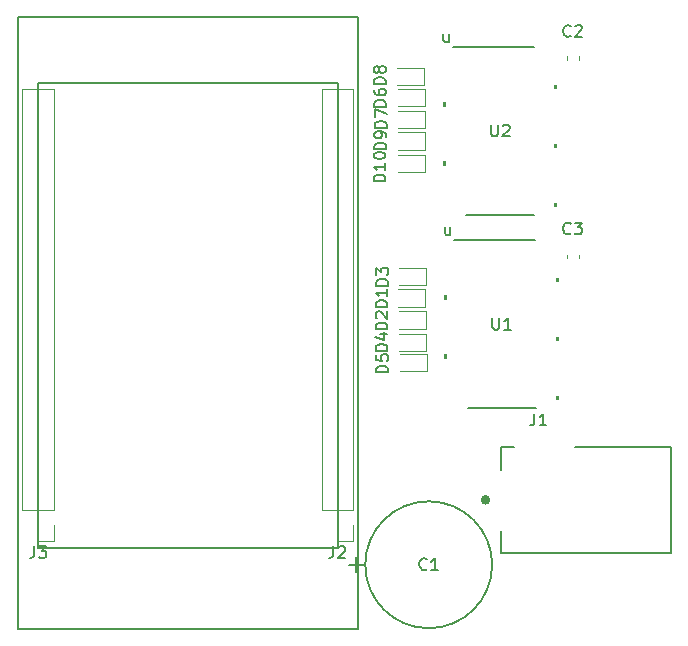
<source format=gbr>
%TF.GenerationSoftware,KiCad,Pcbnew,8.0.5*%
%TF.CreationDate,2025-03-07T15:27:06-05:00*%
%TF.ProjectId,TrainTrackerTest,54726169-6e54-4726-9163-6b6572546573,rev?*%
%TF.SameCoordinates,Original*%
%TF.FileFunction,Legend,Top*%
%TF.FilePolarity,Positive*%
%FSLAX46Y46*%
G04 Gerber Fmt 4.6, Leading zero omitted, Abs format (unit mm)*
G04 Created by KiCad (PCBNEW 8.0.5) date 2025-03-07 15:27:06*
%MOMM*%
%LPD*%
G01*
G04 APERTURE LIST*
%ADD10C,0.200000*%
%ADD11C,0.150000*%
%ADD12C,0.000000*%
%ADD13C,0.127000*%
%ADD14C,0.400000*%
%ADD15C,0.152400*%
%ADD16C,0.120000*%
G04 APERTURE END LIST*
D10*
X71332800Y-58191400D02*
X96662800Y-58191400D01*
X96662800Y-97586800D01*
X71332800Y-97586800D01*
X71332800Y-58191400D01*
X69568200Y-52625600D02*
X98375200Y-52625600D01*
X98375200Y-104495600D01*
X69568200Y-104495600D01*
X69568200Y-52625600D01*
D11*
X109778733Y-78107021D02*
X109778733Y-78916544D01*
X109778733Y-78916544D02*
X109826352Y-79011782D01*
X109826352Y-79011782D02*
X109873971Y-79059402D01*
X109873971Y-79059402D02*
X109969209Y-79107021D01*
X109969209Y-79107021D02*
X110159685Y-79107021D01*
X110159685Y-79107021D02*
X110254923Y-79059402D01*
X110254923Y-79059402D02*
X110302542Y-79011782D01*
X110302542Y-79011782D02*
X110350161Y-78916544D01*
X110350161Y-78916544D02*
X110350161Y-78107021D01*
X111350161Y-79107021D02*
X110778733Y-79107021D01*
X111064447Y-79107021D02*
X111064447Y-78107021D01*
X111064447Y-78107021D02*
X110969209Y-78249878D01*
X110969209Y-78249878D02*
X110873971Y-78345116D01*
X110873971Y-78345116D02*
X110778733Y-78392735D01*
X106182923Y-70439354D02*
X106182923Y-71106021D01*
X105754352Y-70439354D02*
X105754352Y-70963163D01*
X105754352Y-70963163D02*
X105801971Y-71058402D01*
X105801971Y-71058402D02*
X105897209Y-71106021D01*
X105897209Y-71106021D02*
X106040066Y-71106021D01*
X106040066Y-71106021D02*
X106135304Y-71058402D01*
X106135304Y-71058402D02*
X106182923Y-71010782D01*
X109651814Y-61755220D02*
X109651814Y-62564743D01*
X109651814Y-62564743D02*
X109699433Y-62659981D01*
X109699433Y-62659981D02*
X109747052Y-62707601D01*
X109747052Y-62707601D02*
X109842290Y-62755220D01*
X109842290Y-62755220D02*
X110032766Y-62755220D01*
X110032766Y-62755220D02*
X110128004Y-62707601D01*
X110128004Y-62707601D02*
X110175623Y-62659981D01*
X110175623Y-62659981D02*
X110223242Y-62564743D01*
X110223242Y-62564743D02*
X110223242Y-61755220D01*
X110651814Y-61850458D02*
X110699433Y-61802839D01*
X110699433Y-61802839D02*
X110794671Y-61755220D01*
X110794671Y-61755220D02*
X111032766Y-61755220D01*
X111032766Y-61755220D02*
X111128004Y-61802839D01*
X111128004Y-61802839D02*
X111175623Y-61850458D01*
X111175623Y-61850458D02*
X111223242Y-61945696D01*
X111223242Y-61945696D02*
X111223242Y-62040934D01*
X111223242Y-62040934D02*
X111175623Y-62183791D01*
X111175623Y-62183791D02*
X110604195Y-62755220D01*
X110604195Y-62755220D02*
X111223242Y-62755220D01*
X106056004Y-54087553D02*
X106056004Y-54754220D01*
X105627433Y-54087553D02*
X105627433Y-54611362D01*
X105627433Y-54611362D02*
X105675052Y-54706601D01*
X105675052Y-54706601D02*
X105770290Y-54754220D01*
X105770290Y-54754220D02*
X105913147Y-54754220D01*
X105913147Y-54754220D02*
X106008385Y-54706601D01*
X106008385Y-54706601D02*
X106056004Y-54658981D01*
X113333006Y-86215290D02*
X113333006Y-86930020D01*
X113333006Y-86930020D02*
X113285357Y-87072966D01*
X113285357Y-87072966D02*
X113190060Y-87168264D01*
X113190060Y-87168264D02*
X113047114Y-87215912D01*
X113047114Y-87215912D02*
X112951817Y-87215912D01*
X114333628Y-87215912D02*
X113761844Y-87215912D01*
X114047736Y-87215912D02*
X114047736Y-86215290D01*
X114047736Y-86215290D02*
X113952439Y-86358236D01*
X113952439Y-86358236D02*
X113857142Y-86453534D01*
X113857142Y-86453534D02*
X113761844Y-86501182D01*
X104210083Y-99379580D02*
X104162464Y-99427200D01*
X104162464Y-99427200D02*
X104019607Y-99474819D01*
X104019607Y-99474819D02*
X103924369Y-99474819D01*
X103924369Y-99474819D02*
X103781512Y-99427200D01*
X103781512Y-99427200D02*
X103686274Y-99331961D01*
X103686274Y-99331961D02*
X103638655Y-99236723D01*
X103638655Y-99236723D02*
X103591036Y-99046247D01*
X103591036Y-99046247D02*
X103591036Y-98903390D01*
X103591036Y-98903390D02*
X103638655Y-98712914D01*
X103638655Y-98712914D02*
X103686274Y-98617676D01*
X103686274Y-98617676D02*
X103781512Y-98522438D01*
X103781512Y-98522438D02*
X103924369Y-98474819D01*
X103924369Y-98474819D02*
X104019607Y-98474819D01*
X104019607Y-98474819D02*
X104162464Y-98522438D01*
X104162464Y-98522438D02*
X104210083Y-98570057D01*
X105162464Y-99474819D02*
X104591036Y-99474819D01*
X104876750Y-99474819D02*
X104876750Y-98474819D01*
X104876750Y-98474819D02*
X104781512Y-98617676D01*
X104781512Y-98617676D02*
X104686274Y-98712914D01*
X104686274Y-98712914D02*
X104591036Y-98760533D01*
X100937138Y-82723495D02*
X99937138Y-82723495D01*
X99937138Y-82723495D02*
X99937138Y-82485400D01*
X99937138Y-82485400D02*
X99984757Y-82342543D01*
X99984757Y-82342543D02*
X100079995Y-82247305D01*
X100079995Y-82247305D02*
X100175233Y-82199686D01*
X100175233Y-82199686D02*
X100365709Y-82152067D01*
X100365709Y-82152067D02*
X100508566Y-82152067D01*
X100508566Y-82152067D02*
X100699042Y-82199686D01*
X100699042Y-82199686D02*
X100794280Y-82247305D01*
X100794280Y-82247305D02*
X100889519Y-82342543D01*
X100889519Y-82342543D02*
X100937138Y-82485400D01*
X100937138Y-82485400D02*
X100937138Y-82723495D01*
X99937138Y-81247305D02*
X99937138Y-81723495D01*
X99937138Y-81723495D02*
X100413328Y-81771114D01*
X100413328Y-81771114D02*
X100365709Y-81723495D01*
X100365709Y-81723495D02*
X100318090Y-81628257D01*
X100318090Y-81628257D02*
X100318090Y-81390162D01*
X100318090Y-81390162D02*
X100365709Y-81294924D01*
X100365709Y-81294924D02*
X100413328Y-81247305D01*
X100413328Y-81247305D02*
X100508566Y-81199686D01*
X100508566Y-81199686D02*
X100746661Y-81199686D01*
X100746661Y-81199686D02*
X100841899Y-81247305D01*
X100841899Y-81247305D02*
X100889519Y-81294924D01*
X100889519Y-81294924D02*
X100937138Y-81390162D01*
X100937138Y-81390162D02*
X100937138Y-81628257D01*
X100937138Y-81628257D02*
X100889519Y-81723495D01*
X100889519Y-81723495D02*
X100841899Y-81771114D01*
X96311266Y-97441219D02*
X96311266Y-98155504D01*
X96311266Y-98155504D02*
X96263647Y-98298361D01*
X96263647Y-98298361D02*
X96168409Y-98393600D01*
X96168409Y-98393600D02*
X96025552Y-98441219D01*
X96025552Y-98441219D02*
X95930314Y-98441219D01*
X96739838Y-97536457D02*
X96787457Y-97488838D01*
X96787457Y-97488838D02*
X96882695Y-97441219D01*
X96882695Y-97441219D02*
X97120790Y-97441219D01*
X97120790Y-97441219D02*
X97216028Y-97488838D01*
X97216028Y-97488838D02*
X97263647Y-97536457D01*
X97263647Y-97536457D02*
X97311266Y-97631695D01*
X97311266Y-97631695D02*
X97311266Y-97726933D01*
X97311266Y-97726933D02*
X97263647Y-97869790D01*
X97263647Y-97869790D02*
X96692219Y-98441219D01*
X96692219Y-98441219D02*
X97311266Y-98441219D01*
X100759419Y-60224894D02*
X99759419Y-60224894D01*
X99759419Y-60224894D02*
X99759419Y-59986799D01*
X99759419Y-59986799D02*
X99807038Y-59843942D01*
X99807038Y-59843942D02*
X99902276Y-59748704D01*
X99902276Y-59748704D02*
X99997514Y-59701085D01*
X99997514Y-59701085D02*
X100187990Y-59653466D01*
X100187990Y-59653466D02*
X100330847Y-59653466D01*
X100330847Y-59653466D02*
X100521323Y-59701085D01*
X100521323Y-59701085D02*
X100616561Y-59748704D01*
X100616561Y-59748704D02*
X100711800Y-59843942D01*
X100711800Y-59843942D02*
X100759419Y-59986799D01*
X100759419Y-59986799D02*
X100759419Y-60224894D01*
X99759419Y-58796323D02*
X99759419Y-58986799D01*
X99759419Y-58986799D02*
X99807038Y-59082037D01*
X99807038Y-59082037D02*
X99854657Y-59129656D01*
X99854657Y-59129656D02*
X99997514Y-59224894D01*
X99997514Y-59224894D02*
X100187990Y-59272513D01*
X100187990Y-59272513D02*
X100568942Y-59272513D01*
X100568942Y-59272513D02*
X100664180Y-59224894D01*
X100664180Y-59224894D02*
X100711800Y-59177275D01*
X100711800Y-59177275D02*
X100759419Y-59082037D01*
X100759419Y-59082037D02*
X100759419Y-58891561D01*
X100759419Y-58891561D02*
X100711800Y-58796323D01*
X100711800Y-58796323D02*
X100664180Y-58748704D01*
X100664180Y-58748704D02*
X100568942Y-58701085D01*
X100568942Y-58701085D02*
X100330847Y-58701085D01*
X100330847Y-58701085D02*
X100235609Y-58748704D01*
X100235609Y-58748704D02*
X100187990Y-58796323D01*
X100187990Y-58796323D02*
X100140371Y-58891561D01*
X100140371Y-58891561D02*
X100140371Y-59082037D01*
X100140371Y-59082037D02*
X100187990Y-59177275D01*
X100187990Y-59177275D02*
X100235609Y-59224894D01*
X100235609Y-59224894D02*
X100330847Y-59272513D01*
X100734019Y-58319894D02*
X99734019Y-58319894D01*
X99734019Y-58319894D02*
X99734019Y-58081799D01*
X99734019Y-58081799D02*
X99781638Y-57938942D01*
X99781638Y-57938942D02*
X99876876Y-57843704D01*
X99876876Y-57843704D02*
X99972114Y-57796085D01*
X99972114Y-57796085D02*
X100162590Y-57748466D01*
X100162590Y-57748466D02*
X100305447Y-57748466D01*
X100305447Y-57748466D02*
X100495923Y-57796085D01*
X100495923Y-57796085D02*
X100591161Y-57843704D01*
X100591161Y-57843704D02*
X100686400Y-57938942D01*
X100686400Y-57938942D02*
X100734019Y-58081799D01*
X100734019Y-58081799D02*
X100734019Y-58319894D01*
X100162590Y-57177037D02*
X100114971Y-57272275D01*
X100114971Y-57272275D02*
X100067352Y-57319894D01*
X100067352Y-57319894D02*
X99972114Y-57367513D01*
X99972114Y-57367513D02*
X99924495Y-57367513D01*
X99924495Y-57367513D02*
X99829257Y-57319894D01*
X99829257Y-57319894D02*
X99781638Y-57272275D01*
X99781638Y-57272275D02*
X99734019Y-57177037D01*
X99734019Y-57177037D02*
X99734019Y-56986561D01*
X99734019Y-56986561D02*
X99781638Y-56891323D01*
X99781638Y-56891323D02*
X99829257Y-56843704D01*
X99829257Y-56843704D02*
X99924495Y-56796085D01*
X99924495Y-56796085D02*
X99972114Y-56796085D01*
X99972114Y-56796085D02*
X100067352Y-56843704D01*
X100067352Y-56843704D02*
X100114971Y-56891323D01*
X100114971Y-56891323D02*
X100162590Y-56986561D01*
X100162590Y-56986561D02*
X100162590Y-57177037D01*
X100162590Y-57177037D02*
X100210209Y-57272275D01*
X100210209Y-57272275D02*
X100257828Y-57319894D01*
X100257828Y-57319894D02*
X100353066Y-57367513D01*
X100353066Y-57367513D02*
X100543542Y-57367513D01*
X100543542Y-57367513D02*
X100638780Y-57319894D01*
X100638780Y-57319894D02*
X100686400Y-57272275D01*
X100686400Y-57272275D02*
X100734019Y-57177037D01*
X100734019Y-57177037D02*
X100734019Y-56986561D01*
X100734019Y-56986561D02*
X100686400Y-56891323D01*
X100686400Y-56891323D02*
X100638780Y-56843704D01*
X100638780Y-56843704D02*
X100543542Y-56796085D01*
X100543542Y-56796085D02*
X100353066Y-56796085D01*
X100353066Y-56796085D02*
X100257828Y-56843704D01*
X100257828Y-56843704D02*
X100210209Y-56891323D01*
X100210209Y-56891323D02*
X100162590Y-56986561D01*
X100937138Y-75382895D02*
X99937138Y-75382895D01*
X99937138Y-75382895D02*
X99937138Y-75144800D01*
X99937138Y-75144800D02*
X99984757Y-75001943D01*
X99984757Y-75001943D02*
X100079995Y-74906705D01*
X100079995Y-74906705D02*
X100175233Y-74859086D01*
X100175233Y-74859086D02*
X100365709Y-74811467D01*
X100365709Y-74811467D02*
X100508566Y-74811467D01*
X100508566Y-74811467D02*
X100699042Y-74859086D01*
X100699042Y-74859086D02*
X100794280Y-74906705D01*
X100794280Y-74906705D02*
X100889519Y-75001943D01*
X100889519Y-75001943D02*
X100937138Y-75144800D01*
X100937138Y-75144800D02*
X100937138Y-75382895D01*
X99937138Y-74478133D02*
X99937138Y-73859086D01*
X99937138Y-73859086D02*
X100318090Y-74192419D01*
X100318090Y-74192419D02*
X100318090Y-74049562D01*
X100318090Y-74049562D02*
X100365709Y-73954324D01*
X100365709Y-73954324D02*
X100413328Y-73906705D01*
X100413328Y-73906705D02*
X100508566Y-73859086D01*
X100508566Y-73859086D02*
X100746661Y-73859086D01*
X100746661Y-73859086D02*
X100841899Y-73906705D01*
X100841899Y-73906705D02*
X100889519Y-73954324D01*
X100889519Y-73954324D02*
X100937138Y-74049562D01*
X100937138Y-74049562D02*
X100937138Y-74335276D01*
X100937138Y-74335276D02*
X100889519Y-74430514D01*
X100889519Y-74430514D02*
X100841899Y-74478133D01*
X70981266Y-97441219D02*
X70981266Y-98155504D01*
X70981266Y-98155504D02*
X70933647Y-98298361D01*
X70933647Y-98298361D02*
X70838409Y-98393600D01*
X70838409Y-98393600D02*
X70695552Y-98441219D01*
X70695552Y-98441219D02*
X70600314Y-98441219D01*
X71362219Y-97441219D02*
X71981266Y-97441219D01*
X71981266Y-97441219D02*
X71647933Y-97822171D01*
X71647933Y-97822171D02*
X71790790Y-97822171D01*
X71790790Y-97822171D02*
X71886028Y-97869790D01*
X71886028Y-97869790D02*
X71933647Y-97917409D01*
X71933647Y-97917409D02*
X71981266Y-98012647D01*
X71981266Y-98012647D02*
X71981266Y-98250742D01*
X71981266Y-98250742D02*
X71933647Y-98345980D01*
X71933647Y-98345980D02*
X71886028Y-98393600D01*
X71886028Y-98393600D02*
X71790790Y-98441219D01*
X71790790Y-98441219D02*
X71505076Y-98441219D01*
X71505076Y-98441219D02*
X71409838Y-98393600D01*
X71409838Y-98393600D02*
X71362219Y-98345980D01*
X100810219Y-62028294D02*
X99810219Y-62028294D01*
X99810219Y-62028294D02*
X99810219Y-61790199D01*
X99810219Y-61790199D02*
X99857838Y-61647342D01*
X99857838Y-61647342D02*
X99953076Y-61552104D01*
X99953076Y-61552104D02*
X100048314Y-61504485D01*
X100048314Y-61504485D02*
X100238790Y-61456866D01*
X100238790Y-61456866D02*
X100381647Y-61456866D01*
X100381647Y-61456866D02*
X100572123Y-61504485D01*
X100572123Y-61504485D02*
X100667361Y-61552104D01*
X100667361Y-61552104D02*
X100762600Y-61647342D01*
X100762600Y-61647342D02*
X100810219Y-61790199D01*
X100810219Y-61790199D02*
X100810219Y-62028294D01*
X99810219Y-61123532D02*
X99810219Y-60456866D01*
X99810219Y-60456866D02*
X100810219Y-60885437D01*
X100886338Y-77211695D02*
X99886338Y-77211695D01*
X99886338Y-77211695D02*
X99886338Y-76973600D01*
X99886338Y-76973600D02*
X99933957Y-76830743D01*
X99933957Y-76830743D02*
X100029195Y-76735505D01*
X100029195Y-76735505D02*
X100124433Y-76687886D01*
X100124433Y-76687886D02*
X100314909Y-76640267D01*
X100314909Y-76640267D02*
X100457766Y-76640267D01*
X100457766Y-76640267D02*
X100648242Y-76687886D01*
X100648242Y-76687886D02*
X100743480Y-76735505D01*
X100743480Y-76735505D02*
X100838719Y-76830743D01*
X100838719Y-76830743D02*
X100886338Y-76973600D01*
X100886338Y-76973600D02*
X100886338Y-77211695D01*
X100886338Y-75687886D02*
X100886338Y-76259314D01*
X100886338Y-75973600D02*
X99886338Y-75973600D01*
X99886338Y-75973600D02*
X100029195Y-76068838D01*
X100029195Y-76068838D02*
X100124433Y-76164076D01*
X100124433Y-76164076D02*
X100172052Y-76259314D01*
X116393933Y-54232980D02*
X116346314Y-54280600D01*
X116346314Y-54280600D02*
X116203457Y-54328219D01*
X116203457Y-54328219D02*
X116108219Y-54328219D01*
X116108219Y-54328219D02*
X115965362Y-54280600D01*
X115965362Y-54280600D02*
X115870124Y-54185361D01*
X115870124Y-54185361D02*
X115822505Y-54090123D01*
X115822505Y-54090123D02*
X115774886Y-53899647D01*
X115774886Y-53899647D02*
X115774886Y-53756790D01*
X115774886Y-53756790D02*
X115822505Y-53566314D01*
X115822505Y-53566314D02*
X115870124Y-53471076D01*
X115870124Y-53471076D02*
X115965362Y-53375838D01*
X115965362Y-53375838D02*
X116108219Y-53328219D01*
X116108219Y-53328219D02*
X116203457Y-53328219D01*
X116203457Y-53328219D02*
X116346314Y-53375838D01*
X116346314Y-53375838D02*
X116393933Y-53423457D01*
X116774886Y-53423457D02*
X116822505Y-53375838D01*
X116822505Y-53375838D02*
X116917743Y-53328219D01*
X116917743Y-53328219D02*
X117155838Y-53328219D01*
X117155838Y-53328219D02*
X117251076Y-53375838D01*
X117251076Y-53375838D02*
X117298695Y-53423457D01*
X117298695Y-53423457D02*
X117346314Y-53518695D01*
X117346314Y-53518695D02*
X117346314Y-53613933D01*
X117346314Y-53613933D02*
X117298695Y-53756790D01*
X117298695Y-53756790D02*
X116727267Y-54328219D01*
X116727267Y-54328219D02*
X117346314Y-54328219D01*
X100784819Y-63857094D02*
X99784819Y-63857094D01*
X99784819Y-63857094D02*
X99784819Y-63618999D01*
X99784819Y-63618999D02*
X99832438Y-63476142D01*
X99832438Y-63476142D02*
X99927676Y-63380904D01*
X99927676Y-63380904D02*
X100022914Y-63333285D01*
X100022914Y-63333285D02*
X100213390Y-63285666D01*
X100213390Y-63285666D02*
X100356247Y-63285666D01*
X100356247Y-63285666D02*
X100546723Y-63333285D01*
X100546723Y-63333285D02*
X100641961Y-63380904D01*
X100641961Y-63380904D02*
X100737200Y-63476142D01*
X100737200Y-63476142D02*
X100784819Y-63618999D01*
X100784819Y-63618999D02*
X100784819Y-63857094D01*
X100784819Y-62809475D02*
X100784819Y-62618999D01*
X100784819Y-62618999D02*
X100737200Y-62523761D01*
X100737200Y-62523761D02*
X100689580Y-62476142D01*
X100689580Y-62476142D02*
X100546723Y-62380904D01*
X100546723Y-62380904D02*
X100356247Y-62333285D01*
X100356247Y-62333285D02*
X99975295Y-62333285D01*
X99975295Y-62333285D02*
X99880057Y-62380904D01*
X99880057Y-62380904D02*
X99832438Y-62428523D01*
X99832438Y-62428523D02*
X99784819Y-62523761D01*
X99784819Y-62523761D02*
X99784819Y-62714237D01*
X99784819Y-62714237D02*
X99832438Y-62809475D01*
X99832438Y-62809475D02*
X99880057Y-62857094D01*
X99880057Y-62857094D02*
X99975295Y-62904713D01*
X99975295Y-62904713D02*
X100213390Y-62904713D01*
X100213390Y-62904713D02*
X100308628Y-62857094D01*
X100308628Y-62857094D02*
X100356247Y-62809475D01*
X100356247Y-62809475D02*
X100403866Y-62714237D01*
X100403866Y-62714237D02*
X100403866Y-62523761D01*
X100403866Y-62523761D02*
X100356247Y-62428523D01*
X100356247Y-62428523D02*
X100308628Y-62380904D01*
X100308628Y-62380904D02*
X100213390Y-62333285D01*
X100886338Y-79091295D02*
X99886338Y-79091295D01*
X99886338Y-79091295D02*
X99886338Y-78853200D01*
X99886338Y-78853200D02*
X99933957Y-78710343D01*
X99933957Y-78710343D02*
X100029195Y-78615105D01*
X100029195Y-78615105D02*
X100124433Y-78567486D01*
X100124433Y-78567486D02*
X100314909Y-78519867D01*
X100314909Y-78519867D02*
X100457766Y-78519867D01*
X100457766Y-78519867D02*
X100648242Y-78567486D01*
X100648242Y-78567486D02*
X100743480Y-78615105D01*
X100743480Y-78615105D02*
X100838719Y-78710343D01*
X100838719Y-78710343D02*
X100886338Y-78853200D01*
X100886338Y-78853200D02*
X100886338Y-79091295D01*
X99981576Y-78138914D02*
X99933957Y-78091295D01*
X99933957Y-78091295D02*
X99886338Y-77996057D01*
X99886338Y-77996057D02*
X99886338Y-77757962D01*
X99886338Y-77757962D02*
X99933957Y-77662724D01*
X99933957Y-77662724D02*
X99981576Y-77615105D01*
X99981576Y-77615105D02*
X100076814Y-77567486D01*
X100076814Y-77567486D02*
X100172052Y-77567486D01*
X100172052Y-77567486D02*
X100314909Y-77615105D01*
X100314909Y-77615105D02*
X100886338Y-78186533D01*
X100886338Y-78186533D02*
X100886338Y-77567486D01*
X116393933Y-70958580D02*
X116346314Y-71006200D01*
X116346314Y-71006200D02*
X116203457Y-71053819D01*
X116203457Y-71053819D02*
X116108219Y-71053819D01*
X116108219Y-71053819D02*
X115965362Y-71006200D01*
X115965362Y-71006200D02*
X115870124Y-70910961D01*
X115870124Y-70910961D02*
X115822505Y-70815723D01*
X115822505Y-70815723D02*
X115774886Y-70625247D01*
X115774886Y-70625247D02*
X115774886Y-70482390D01*
X115774886Y-70482390D02*
X115822505Y-70291914D01*
X115822505Y-70291914D02*
X115870124Y-70196676D01*
X115870124Y-70196676D02*
X115965362Y-70101438D01*
X115965362Y-70101438D02*
X116108219Y-70053819D01*
X116108219Y-70053819D02*
X116203457Y-70053819D01*
X116203457Y-70053819D02*
X116346314Y-70101438D01*
X116346314Y-70101438D02*
X116393933Y-70149057D01*
X116727267Y-70053819D02*
X117346314Y-70053819D01*
X117346314Y-70053819D02*
X117012981Y-70434771D01*
X117012981Y-70434771D02*
X117155838Y-70434771D01*
X117155838Y-70434771D02*
X117251076Y-70482390D01*
X117251076Y-70482390D02*
X117298695Y-70530009D01*
X117298695Y-70530009D02*
X117346314Y-70625247D01*
X117346314Y-70625247D02*
X117346314Y-70863342D01*
X117346314Y-70863342D02*
X117298695Y-70958580D01*
X117298695Y-70958580D02*
X117251076Y-71006200D01*
X117251076Y-71006200D02*
X117155838Y-71053819D01*
X117155838Y-71053819D02*
X116870124Y-71053819D01*
X116870124Y-71053819D02*
X116774886Y-71006200D01*
X116774886Y-71006200D02*
X116727267Y-70958580D01*
X100886338Y-80920095D02*
X99886338Y-80920095D01*
X99886338Y-80920095D02*
X99886338Y-80682000D01*
X99886338Y-80682000D02*
X99933957Y-80539143D01*
X99933957Y-80539143D02*
X100029195Y-80443905D01*
X100029195Y-80443905D02*
X100124433Y-80396286D01*
X100124433Y-80396286D02*
X100314909Y-80348667D01*
X100314909Y-80348667D02*
X100457766Y-80348667D01*
X100457766Y-80348667D02*
X100648242Y-80396286D01*
X100648242Y-80396286D02*
X100743480Y-80443905D01*
X100743480Y-80443905D02*
X100838719Y-80539143D01*
X100838719Y-80539143D02*
X100886338Y-80682000D01*
X100886338Y-80682000D02*
X100886338Y-80920095D01*
X100219671Y-79491524D02*
X100886338Y-79491524D01*
X99838719Y-79729619D02*
X100553004Y-79967714D01*
X100553004Y-79967714D02*
X100553004Y-79348667D01*
X100708619Y-66568485D02*
X99708619Y-66568485D01*
X99708619Y-66568485D02*
X99708619Y-66330390D01*
X99708619Y-66330390D02*
X99756238Y-66187533D01*
X99756238Y-66187533D02*
X99851476Y-66092295D01*
X99851476Y-66092295D02*
X99946714Y-66044676D01*
X99946714Y-66044676D02*
X100137190Y-65997057D01*
X100137190Y-65997057D02*
X100280047Y-65997057D01*
X100280047Y-65997057D02*
X100470523Y-66044676D01*
X100470523Y-66044676D02*
X100565761Y-66092295D01*
X100565761Y-66092295D02*
X100661000Y-66187533D01*
X100661000Y-66187533D02*
X100708619Y-66330390D01*
X100708619Y-66330390D02*
X100708619Y-66568485D01*
X100708619Y-65044676D02*
X100708619Y-65616104D01*
X100708619Y-65330390D02*
X99708619Y-65330390D01*
X99708619Y-65330390D02*
X99851476Y-65425628D01*
X99851476Y-65425628D02*
X99946714Y-65520866D01*
X99946714Y-65520866D02*
X99994333Y-65616104D01*
X99708619Y-64425628D02*
X99708619Y-64330390D01*
X99708619Y-64330390D02*
X99756238Y-64235152D01*
X99756238Y-64235152D02*
X99803857Y-64187533D01*
X99803857Y-64187533D02*
X99899095Y-64139914D01*
X99899095Y-64139914D02*
X100089571Y-64092295D01*
X100089571Y-64092295D02*
X100327666Y-64092295D01*
X100327666Y-64092295D02*
X100518142Y-64139914D01*
X100518142Y-64139914D02*
X100613380Y-64187533D01*
X100613380Y-64187533D02*
X100661000Y-64235152D01*
X100661000Y-64235152D02*
X100708619Y-64330390D01*
X100708619Y-64330390D02*
X100708619Y-64425628D01*
X100708619Y-64425628D02*
X100661000Y-64520866D01*
X100661000Y-64520866D02*
X100613380Y-64568485D01*
X100613380Y-64568485D02*
X100518142Y-64616104D01*
X100518142Y-64616104D02*
X100327666Y-64663723D01*
X100327666Y-64663723D02*
X100089571Y-64663723D01*
X100089571Y-64663723D02*
X99899095Y-64616104D01*
X99899095Y-64616104D02*
X99803857Y-64568485D01*
X99803857Y-64568485D02*
X99756238Y-64520866D01*
X99756238Y-64520866D02*
X99708619Y-64425628D01*
D10*
%TO.C,U1*%
X106540638Y-71502204D02*
X110224596Y-71502204D01*
X107665637Y-85752203D02*
X113443152Y-85752203D01*
X110224596Y-71502204D02*
X110840637Y-71502201D01*
X110840637Y-71502201D02*
X113415639Y-71502201D01*
D12*
G36*
X105956019Y-76592707D02*
G01*
X105702019Y-76592707D01*
X105702019Y-76211706D01*
X105956019Y-76211706D01*
X105956019Y-76592707D01*
G37*
G36*
X105956019Y-81592696D02*
G01*
X105702019Y-81592696D01*
X105702019Y-81211696D01*
X105956019Y-81211696D01*
X105956019Y-81592696D01*
G37*
G36*
X115379419Y-75092710D02*
G01*
X115125419Y-75092710D01*
X115125419Y-74711710D01*
X115379419Y-74711710D01*
X115379419Y-75092710D01*
G37*
G36*
X115379419Y-80092700D02*
G01*
X115125419Y-80092700D01*
X115125419Y-79711700D01*
X115379419Y-79711700D01*
X115379419Y-80092700D01*
G37*
G36*
X115379419Y-85092690D02*
G01*
X115125419Y-85092690D01*
X115125419Y-84711689D01*
X115379419Y-84711689D01*
X115379419Y-85092690D01*
G37*
D10*
%TO.C,U2*%
X106413719Y-55150403D02*
X110097677Y-55150403D01*
X107538718Y-69400402D02*
X113316233Y-69400402D01*
X110097677Y-55150403D02*
X110713718Y-55150400D01*
X110713718Y-55150400D02*
X113288720Y-55150400D01*
D12*
G36*
X105829100Y-60240906D02*
G01*
X105575100Y-60240906D01*
X105575100Y-59859905D01*
X105829100Y-59859905D01*
X105829100Y-60240906D01*
G37*
G36*
X105829100Y-65240895D02*
G01*
X105575100Y-65240895D01*
X105575100Y-64859895D01*
X105829100Y-64859895D01*
X105829100Y-65240895D01*
G37*
G36*
X115252500Y-58740909D02*
G01*
X114998500Y-58740909D01*
X114998500Y-58359909D01*
X115252500Y-58359909D01*
X115252500Y-58740909D01*
G37*
G36*
X115252500Y-63740899D02*
G01*
X114998500Y-63740899D01*
X114998500Y-63359899D01*
X115252500Y-63359899D01*
X115252500Y-63740899D01*
G37*
G36*
X115252500Y-68740889D02*
G01*
X114998500Y-68740889D01*
X114998500Y-68359888D01*
X115252500Y-68359888D01*
X115252500Y-68740889D01*
G37*
D13*
%TO.C,J1*%
X124880000Y-89030000D02*
X124880000Y-98030000D01*
X124880000Y-98030000D02*
X110480000Y-98030000D01*
X110480000Y-89030000D02*
X111630000Y-89030000D01*
X110480000Y-98030000D02*
X110480000Y-96180000D01*
X116730000Y-89030000D02*
X124880000Y-89030000D01*
X110480000Y-90980000D02*
X110480000Y-89030000D01*
D14*
X109380000Y-93530000D02*
G75*
G02*
X108980000Y-93530000I-200000J0D01*
G01*
X108980000Y-93530000D02*
G75*
G02*
X109380000Y-93530000I200000J0D01*
G01*
D15*
%TO.C,C1*%
X97607650Y-99020000D02*
X98877650Y-99020000D01*
X98242650Y-98385000D02*
X98242650Y-99655000D01*
X109748850Y-99020000D02*
G75*
G02*
X99004650Y-99020000I-5372100J0D01*
G01*
X99004650Y-99020000D02*
G75*
G02*
X109748850Y-99020000I5372100J0D01*
G01*
D16*
%TO.C,D5*%
X101917519Y-82644201D02*
X104202519Y-82644201D01*
X104202519Y-81174201D02*
X101917519Y-81174201D01*
X104202519Y-82644201D02*
X104202519Y-81174201D01*
%TO.C,J2*%
X95314600Y-94386400D02*
X95314600Y-58766400D01*
X97974600Y-58766400D02*
X95314600Y-58766400D01*
X97974600Y-94386400D02*
X95314600Y-94386400D01*
X97974600Y-94386400D02*
X97974600Y-58766400D01*
X97974600Y-95656400D02*
X97974600Y-96986400D01*
X97974600Y-96986400D02*
X96644600Y-96986400D01*
%TO.C,D6*%
X101765200Y-60171800D02*
X104050200Y-60171800D01*
X104050200Y-58701800D02*
X101765200Y-58701800D01*
X104050200Y-60171800D02*
X104050200Y-58701800D01*
%TO.C,D8*%
X101689000Y-58393000D02*
X103974000Y-58393000D01*
X103974000Y-56923000D02*
X101689000Y-56923000D01*
X103974000Y-58393000D02*
X103974000Y-56923000D01*
%TO.C,D3*%
X101841319Y-75354401D02*
X104126319Y-75354401D01*
X104126319Y-73884401D02*
X101841319Y-73884401D01*
X104126319Y-75354401D02*
X104126319Y-73884401D01*
%TO.C,J3*%
X69984600Y-94386400D02*
X69984600Y-58766400D01*
X72644600Y-58766400D02*
X69984600Y-58766400D01*
X72644600Y-94386400D02*
X69984600Y-94386400D01*
X72644600Y-94386400D02*
X72644600Y-58766400D01*
X72644600Y-95656400D02*
X72644600Y-96986400D01*
X72644600Y-96986400D02*
X71314600Y-96986400D01*
%TO.C,D7*%
X101765200Y-62076000D02*
X104050200Y-62076000D01*
X104050200Y-60606000D02*
X101765200Y-60606000D01*
X104050200Y-62076000D02*
X104050200Y-60606000D01*
%TO.C,D1*%
X101815919Y-77157801D02*
X104100919Y-77157801D01*
X104100919Y-75687801D02*
X101815919Y-75687801D01*
X104100919Y-77157801D02*
X104100919Y-75687801D01*
%TO.C,C2*%
X116076000Y-56249180D02*
X116076000Y-55968020D01*
X117096000Y-56249180D02*
X117096000Y-55968020D01*
%TO.C,D9*%
X101765200Y-63879400D02*
X104050200Y-63879400D01*
X104050200Y-62409400D02*
X101765200Y-62409400D01*
X104050200Y-63879400D02*
X104050200Y-62409400D01*
%TO.C,D2*%
X101841219Y-79037401D02*
X104126219Y-79037401D01*
X104126219Y-77567401D02*
X101841219Y-77567401D01*
X104126219Y-79037401D02*
X104126219Y-77567401D01*
%TO.C,C3*%
X116076000Y-73063980D02*
X116076000Y-72782820D01*
X117096000Y-73063980D02*
X117096000Y-72782820D01*
%TO.C,D4*%
X101866619Y-80917001D02*
X104151619Y-80917001D01*
X104151619Y-79447001D02*
X101866619Y-79447001D01*
X104151619Y-80917001D02*
X104151619Y-79447001D01*
%TO.C,D10*%
X101816000Y-65784400D02*
X104101000Y-65784400D01*
X104101000Y-64314400D02*
X101816000Y-64314400D01*
X104101000Y-65784400D02*
X104101000Y-64314400D01*
%TD*%
M02*

</source>
